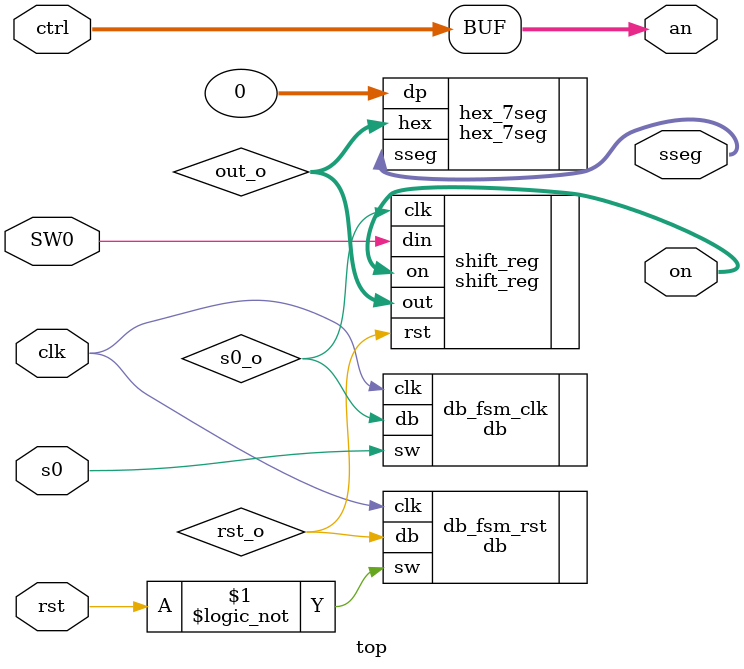
<source format=v>
module top(
    input clk,//clock of sysytem
    input s0,//signal press
    input rst,//signal:restart
    input SW0,//signal:din
    input [3:0] ctrl,
    output [7:0] on,//output of reg
    output [7:0] sseg,//output reflects on the led
    output wire[3:0] an
    );
    
    assign an = ctrl;
    wire s0_o;
    wire rst_o;
    wire [3:0]out_o;
    
    db db_fsm_clk(
    .clk(clk),
    .sw(s0),
    .db(s0_o)
    );
    
    db db_fsm_rst(
    .clk(clk),
    .sw(!rst),
    .db(rst_o)
    );
    
    shift_reg shift_reg(
    .clk(s0_o),
    .rst(rst_o),
    .din(SW0),
    .out(out_o),
    .on(on)
    );
    
    hex_7seg hex_7seg(
    .hex(out_o),
    .dp(0),
    .sseg(sseg)
    );
    
    
endmodule    
    


</source>
